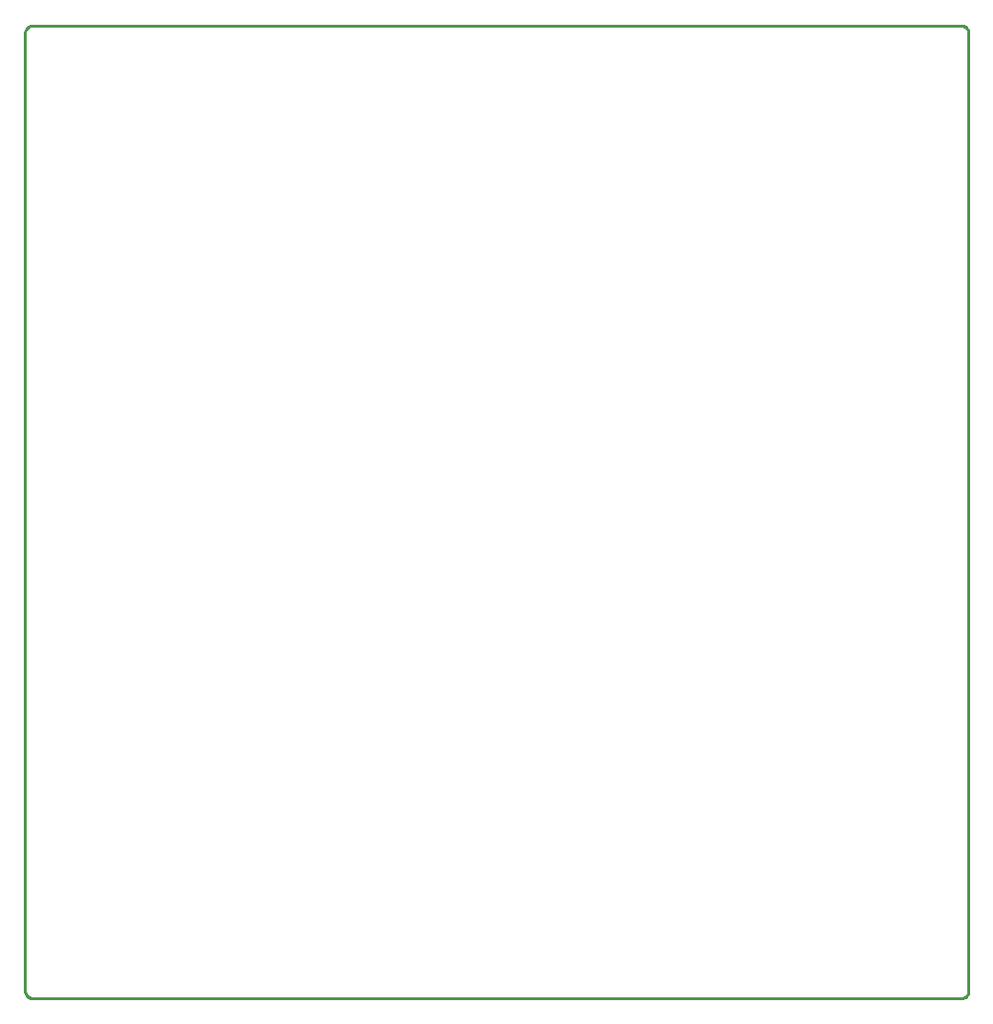
<source format=gbr>
G04 EAGLE Gerber RS-274X export*
G75*
%MOMM*%
%FSLAX34Y34*%
%LPD*%
%IN*%
%IPPOS*%
%AMOC8*
5,1,8,0,0,1.08239X$1,22.5*%
G01*
%ADD10C,0.254000*%


D10*
X0Y6350D02*
X24Y5797D01*
X96Y5247D01*
X216Y4707D01*
X383Y4178D01*
X595Y3666D01*
X851Y3175D01*
X1148Y2708D01*
X1486Y2268D01*
X1860Y1860D01*
X2268Y1486D01*
X2708Y1148D01*
X3175Y851D01*
X3666Y595D01*
X4178Y383D01*
X4707Y216D01*
X5247Y96D01*
X5797Y24D01*
X6350Y0D01*
X831850Y0D01*
X832403Y24D01*
X832953Y96D01*
X833494Y216D01*
X834022Y383D01*
X834534Y595D01*
X835025Y851D01*
X835492Y1148D01*
X835932Y1486D01*
X836340Y1860D01*
X836714Y2268D01*
X837052Y2708D01*
X837349Y3175D01*
X837605Y3666D01*
X837817Y4178D01*
X837984Y4707D01*
X838104Y5247D01*
X838176Y5797D01*
X838200Y6350D01*
X838200Y857250D01*
X838176Y857803D01*
X838104Y858353D01*
X837984Y858894D01*
X837817Y859422D01*
X837605Y859934D01*
X837349Y860425D01*
X837052Y860892D01*
X836714Y861332D01*
X836340Y861740D01*
X835932Y862114D01*
X835492Y862452D01*
X835025Y862749D01*
X834534Y863005D01*
X834022Y863217D01*
X833494Y863384D01*
X832953Y863504D01*
X832403Y863576D01*
X831850Y863600D01*
X6350Y863600D01*
X5797Y863576D01*
X5247Y863504D01*
X4707Y863384D01*
X4178Y863217D01*
X3666Y863005D01*
X3175Y862749D01*
X2708Y862452D01*
X2268Y862114D01*
X1860Y861740D01*
X1486Y861332D01*
X1148Y860892D01*
X851Y860425D01*
X595Y859934D01*
X383Y859422D01*
X216Y858894D01*
X96Y858353D01*
X24Y857803D01*
X0Y857250D01*
X0Y6350D01*
M02*

</source>
